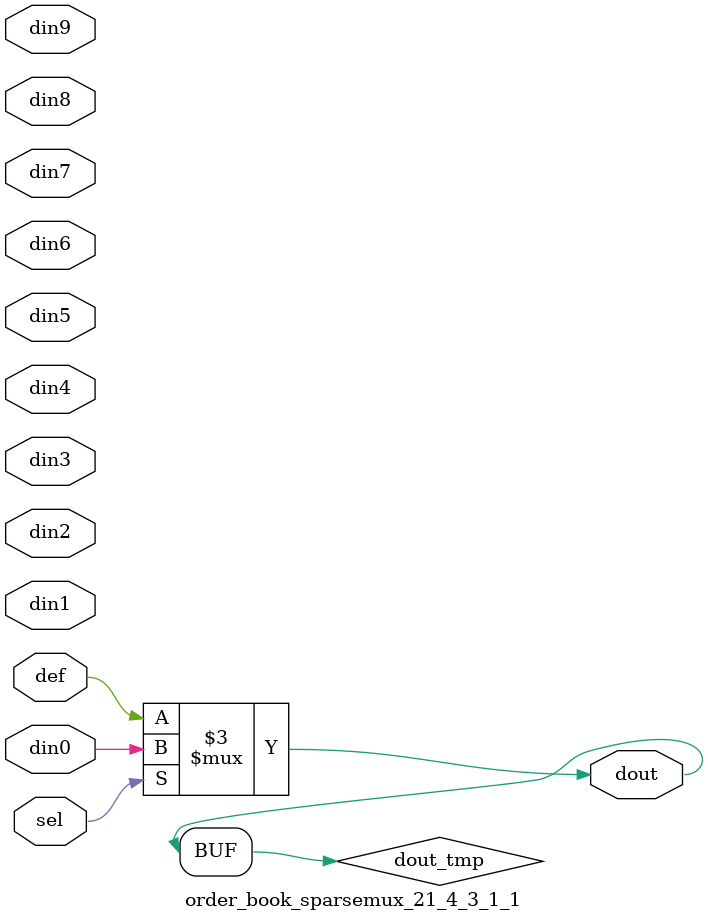
<source format=v>
`timescale 1ns / 1ps

module order_book_sparsemux_21_4_3_1_1 (din0,din1,din2,din3,din4,din5,din6,din7,din8,din9,def,sel,dout);

parameter din0_WIDTH = 1;

parameter din1_WIDTH = 1;

parameter din2_WIDTH = 1;

parameter din3_WIDTH = 1;

parameter din4_WIDTH = 1;

parameter din5_WIDTH = 1;

parameter din6_WIDTH = 1;

parameter din7_WIDTH = 1;

parameter din8_WIDTH = 1;

parameter din9_WIDTH = 1;

parameter def_WIDTH = 1;
parameter sel_WIDTH = 1;
parameter dout_WIDTH = 1;

parameter [sel_WIDTH-1:0] CASE0 = 1;

parameter [sel_WIDTH-1:0] CASE1 = 1;

parameter [sel_WIDTH-1:0] CASE2 = 1;

parameter [sel_WIDTH-1:0] CASE3 = 1;

parameter [sel_WIDTH-1:0] CASE4 = 1;

parameter [sel_WIDTH-1:0] CASE5 = 1;

parameter [sel_WIDTH-1:0] CASE6 = 1;

parameter [sel_WIDTH-1:0] CASE7 = 1;

parameter [sel_WIDTH-1:0] CASE8 = 1;

parameter [sel_WIDTH-1:0] CASE9 = 1;

parameter ID = 1;
parameter NUM_STAGE = 1;



input [din0_WIDTH-1:0] din0;

input [din1_WIDTH-1:0] din1;

input [din2_WIDTH-1:0] din2;

input [din3_WIDTH-1:0] din3;

input [din4_WIDTH-1:0] din4;

input [din5_WIDTH-1:0] din5;

input [din6_WIDTH-1:0] din6;

input [din7_WIDTH-1:0] din7;

input [din8_WIDTH-1:0] din8;

input [din9_WIDTH-1:0] din9;

input [def_WIDTH-1:0] def;
input [sel_WIDTH-1:0] sel;

output [dout_WIDTH-1:0] dout;



reg [dout_WIDTH-1:0] dout_tmp;

always @ (*) begin
case (sel)
    
    CASE0 : dout_tmp = din0;
    
    CASE1 : dout_tmp = din1;
    
    CASE2 : dout_tmp = din2;
    
    CASE3 : dout_tmp = din3;
    
    CASE4 : dout_tmp = din4;
    
    CASE5 : dout_tmp = din5;
    
    CASE6 : dout_tmp = din6;
    
    CASE7 : dout_tmp = din7;
    
    CASE8 : dout_tmp = din8;
    
    CASE9 : dout_tmp = din9;
    
    default : dout_tmp = def;
endcase
end


assign dout = dout_tmp;



endmodule

</source>
